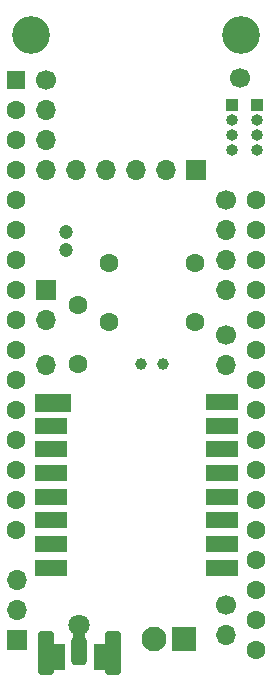
<source format=gts>
%TF.GenerationSoftware,KiCad,Pcbnew,8.0.4*%
%TF.CreationDate,2024-08-28T09:49:03+09:00*%
%TF.ProjectId,powerfeather-lora-gps-reference,706f7765-7266-4656-9174-6865722d6c6f,rev?*%
%TF.SameCoordinates,Original*%
%TF.FileFunction,Soldermask,Top*%
%TF.FilePolarity,Negative*%
%FSLAX46Y46*%
G04 Gerber Fmt 4.6, Leading zero omitted, Abs format (unit mm)*
G04 Created by KiCad (PCBNEW 8.0.4) date 2024-08-28 09:49:03*
%MOMM*%
%LPD*%
G01*
G04 APERTURE LIST*
G04 Aperture macros list*
%AMRoundRect*
0 Rectangle with rounded corners*
0 $1 Rounding radius*
0 $2 $3 $4 $5 $6 $7 $8 $9 X,Y pos of 4 corners*
0 Add a 4 corners polygon primitive as box body*
4,1,4,$2,$3,$4,$5,$6,$7,$8,$9,$2,$3,0*
0 Add four circle primitives for the rounded corners*
1,1,$1+$1,$2,$3*
1,1,$1+$1,$4,$5*
1,1,$1+$1,$6,$7*
1,1,$1+$1,$8,$9*
0 Add four rect primitives between the rounded corners*
20,1,$1+$1,$2,$3,$4,$5,0*
20,1,$1+$1,$4,$5,$6,$7,0*
20,1,$1+$1,$6,$7,$8,$9,0*
20,1,$1+$1,$8,$9,$2,$3,0*%
%AMFreePoly0*
4,1,17,1.497636,0.638536,1.499100,0.635000,1.499100,-0.635000,1.497636,-0.638536,1.494100,-0.640000,-0.041700,-0.640000,-0.045236,-0.638536,-0.046700,-0.635000,-0.046700,-0.600000,-1.250000,-0.600000,-1.250000,0.600000,-0.046700,0.600000,-0.046700,0.635000,-0.045236,0.638536,-0.041700,0.640000,1.494100,0.640000,1.497636,0.638536,1.497636,0.638536,$1*%
G04 Aperture macros list end*
%ADD10C,0.010000*%
%ADD11C,1.000000*%
%ADD12C,1.700000*%
%ADD13O,1.700000X1.700000*%
%ADD14C,1.600000*%
%ADD15R,1.700000X1.700000*%
%ADD16FreePoly0,0.000000*%
%ADD17RoundRect,0.102000X-1.250000X-0.600000X1.250000X-0.600000X1.250000X0.600000X-1.250000X0.600000X0*%
%ADD18C,1.200000*%
%ADD19C,1.800000*%
%ADD20R,1.000000X1.000000*%
%ADD21RoundRect,0.254921X-0.392579X-0.925079X0.392579X-0.925079X0.392579X0.925079X-0.392579X0.925079X0*%
%ADD22RoundRect,0.250000X-0.425000X-1.600000X0.425000X-1.600000X0.425000X1.600000X-0.425000X1.600000X0*%
%ADD23R,1.440000X2.200000*%
%ADD24R,1.360000X2.200000*%
%ADD25O,1.000000X1.000000*%
%ADD26R,2.100000X2.100000*%
%ADD27C,2.100000*%
%ADD28C,3.200000*%
%ADD29R,1.600000X1.600000*%
G04 APERTURE END LIST*
D10*
%TO.C,U2*%
X125522000Y-104665000D02*
X123336200Y-104665000D01*
X123336200Y-104660000D01*
X122610000Y-104660000D01*
X122610000Y-103200000D01*
X123336200Y-103200000D01*
X123336200Y-103195000D01*
X125522000Y-103195000D01*
X125522000Y-104665000D01*
G36*
X125522000Y-104665000D02*
G01*
X123336200Y-104665000D01*
X123336200Y-104660000D01*
X122610000Y-104660000D01*
X122610000Y-103200000D01*
X123336200Y-103200000D01*
X123336200Y-103195000D01*
X125522000Y-103195000D01*
X125522000Y-104665000D01*
G37*
%TD*%
D11*
%TO.C,Y1*%
X133430000Y-100660000D03*
X131530000Y-100660000D03*
%TD*%
D12*
%TO.C,J5*%
X138730000Y-98280000D03*
D13*
X138730000Y-100820000D03*
%TD*%
D12*
%TO.C,J4*%
X138740000Y-121070000D03*
D13*
X138740000Y-123610000D03*
%TD*%
D14*
%TO.C,C3*%
X126200000Y-95680000D03*
X126200000Y-100680000D03*
%TD*%
D15*
%TO.C,J8*%
X123500000Y-94420000D03*
D13*
X123500000Y-96960000D03*
X123500000Y-100770000D03*
%TD*%
D12*
%TO.C,J6*%
X138740000Y-86800000D03*
D13*
X138740000Y-89340000D03*
X138740000Y-91880000D03*
X138740000Y-94420000D03*
%TD*%
D14*
%TO.C,C1*%
X136140000Y-97140000D03*
X136140000Y-92140000D03*
%TD*%
D16*
%TO.C,U2*%
X123930000Y-103930000D03*
D17*
X123930000Y-105930000D03*
X123930000Y-107930000D03*
X123930000Y-109930000D03*
X123930000Y-111930000D03*
X123930000Y-113930000D03*
X123930000Y-115930000D03*
X123930000Y-117930000D03*
X138390000Y-117930000D03*
X138390000Y-115930000D03*
X138390000Y-113930000D03*
X138390000Y-111930000D03*
X138390000Y-109930000D03*
X138390000Y-107930000D03*
X138390000Y-105930000D03*
X138390000Y-103930000D03*
%TD*%
D18*
%TO.C,C4*%
X125220000Y-91030000D03*
X125220000Y-89530000D03*
%TD*%
D19*
%TO.C,AE1*%
X126330000Y-122757500D03*
D20*
X126310000Y-123987500D03*
D21*
X126317500Y-124967500D03*
D22*
X129155000Y-125137500D03*
X123505000Y-125137500D03*
D23*
X128220000Y-125487500D03*
D24*
X124460000Y-125487500D03*
%TD*%
D14*
%TO.C,C2*%
X128850000Y-97150000D03*
X128850000Y-92150000D03*
%TD*%
D20*
%TO.C,J7*%
X141340000Y-78785000D03*
D25*
X141340000Y-80055000D03*
X141340000Y-81325000D03*
X141340000Y-82595000D03*
%TD*%
D12*
%TO.C,J10*%
X139960000Y-76480000D03*
%TD*%
D20*
%TO.C,J3*%
X139230000Y-78780000D03*
D25*
X139230000Y-80050000D03*
X139230000Y-81320000D03*
X139230000Y-82590000D03*
%TD*%
D12*
%TO.C,J11*%
X123500000Y-76640000D03*
D13*
X123500000Y-79180000D03*
X123500000Y-81720000D03*
X123500000Y-84260000D03*
%TD*%
D26*
%TO.C,J2*%
X135200000Y-124000000D03*
D27*
X132660000Y-124000000D03*
%TD*%
D15*
%TO.C,J9*%
X121060000Y-124065000D03*
D13*
X121060000Y-121525000D03*
X121060000Y-118985000D03*
%TD*%
D28*
%TO.C,A1*%
X122240000Y-72840000D03*
X140020000Y-72840000D03*
D29*
X120970000Y-76650000D03*
D14*
X120970000Y-79190000D03*
X120970000Y-81730000D03*
X120970000Y-84270000D03*
X120970000Y-86810000D03*
X120970000Y-89350000D03*
X120970000Y-91890000D03*
X120970000Y-94430000D03*
X120970000Y-96970000D03*
X120970000Y-99510000D03*
X120970000Y-102050000D03*
X120970000Y-104590000D03*
X120970000Y-107130000D03*
X120970000Y-109670000D03*
X120970000Y-112210000D03*
X120970000Y-114750000D03*
X141290000Y-114750000D03*
X141290000Y-112210000D03*
X141290000Y-109670000D03*
X141290000Y-107130000D03*
X141290000Y-104590000D03*
X141290000Y-102050000D03*
X141290000Y-99510000D03*
X141290000Y-96970000D03*
X141290000Y-94430000D03*
X141290000Y-91890000D03*
X141290000Y-89350000D03*
X141290000Y-86810000D03*
X141290000Y-124910000D03*
X141290000Y-122370000D03*
X141290000Y-119830000D03*
X141290000Y-117290000D03*
%TD*%
D15*
%TO.C,J1*%
X136187000Y-84290000D03*
D13*
X133647000Y-84290000D03*
X131107000Y-84290000D03*
X128567000Y-84290000D03*
X126027000Y-84290000D03*
%TD*%
M02*

</source>
